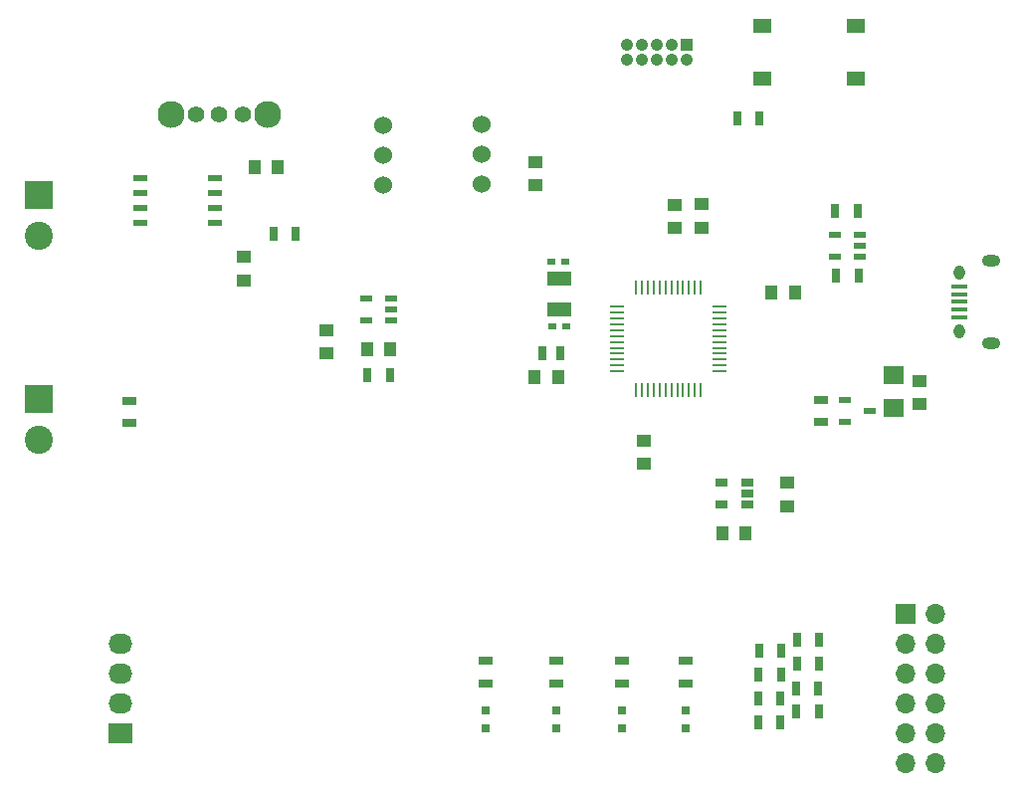
<source format=gbr>
G04 #@! TF.FileFunction,Soldermask,Top*
%FSLAX46Y46*%
G04 Gerber Fmt 4.6, Leading zero omitted, Abs format (unit mm)*
G04 Created by KiCad (PCBNEW 4.0.4-stable) date 03/01/18 20:45:57*
%MOMM*%
%LPD*%
G01*
G04 APERTURE LIST*
%ADD10C,0.100000*%
%ADD11R,0.700000X1.300000*%
%ADD12R,1.700000X1.700000*%
%ADD13O,1.700000X1.700000*%
%ADD14R,1.000000X1.250000*%
%ADD15R,0.700000X0.600000*%
%ADD16R,1.250000X1.000000*%
%ADD17R,1.803400X1.600200*%
%ADD18R,0.635000X1.143000*%
%ADD19R,1.350000X0.400000*%
%ADD20O,0.950000X1.250000*%
%ADD21O,1.550000X1.000000*%
%ADD22R,2.032000X1.727200*%
%ADD23O,2.032000X1.727200*%
%ADD24R,1.300000X0.700000*%
%ADD25R,1.000760X0.599440*%
%ADD26R,1.060000X0.650000*%
%ADD27R,1.143000X0.508000*%
%ADD28R,2.037160X1.237160*%
%ADD29R,1.050000X1.050000*%
%ADD30C,1.050000*%
%ADD31C,1.524000*%
%ADD32C,2.300000*%
%ADD33C,1.400000*%
%ADD34R,1.550000X1.300000*%
%ADD35R,1.300000X0.250000*%
%ADD36R,0.250000X1.300000*%
%ADD37C,2.400000*%
%ADD38R,2.400000X2.400000*%
%ADD39R,0.797560X0.797560*%
G04 APERTURE END LIST*
D10*
D11*
X226090000Y-160240000D03*
X224190000Y-160240000D03*
D12*
X236710000Y-153040000D03*
D13*
X239250000Y-153040000D03*
X236710000Y-155580000D03*
X239250000Y-155580000D03*
X236710000Y-158120000D03*
X239250000Y-158120000D03*
X236710000Y-160660000D03*
X239250000Y-160660000D03*
X236710000Y-163200000D03*
X239250000Y-163200000D03*
X236710000Y-165740000D03*
X239250000Y-165740000D03*
D14*
X207143000Y-132905000D03*
X205143000Y-132905000D03*
D15*
X207790000Y-123045000D03*
X206590000Y-123045000D03*
D16*
X217120000Y-120220000D03*
X217120000Y-118220000D03*
D15*
X207840000Y-128545000D03*
X206640000Y-128545000D03*
D16*
X219400000Y-120180000D03*
X219400000Y-118180000D03*
X237895000Y-135200000D03*
X237895000Y-133200000D03*
D14*
X192895000Y-130500000D03*
X190895000Y-130500000D03*
D16*
X226630000Y-141860000D03*
X226630000Y-143860000D03*
D14*
X221120000Y-146150000D03*
X223120000Y-146150000D03*
X181320000Y-115050000D03*
X183320000Y-115050000D03*
X225330000Y-125710000D03*
X227330000Y-125710000D03*
D16*
X214470000Y-138270000D03*
X214470000Y-140270000D03*
X187460000Y-128890000D03*
X187460000Y-130890000D03*
X180420000Y-122650000D03*
X180420000Y-124650000D03*
X205195000Y-114575000D03*
X205195000Y-116575000D03*
D17*
X235745000Y-132753000D03*
X235745000Y-135547000D03*
D18*
X205846000Y-130900000D03*
X207370000Y-130900000D03*
D19*
X241295000Y-127775000D03*
X241295000Y-127125000D03*
X241295000Y-126475000D03*
X241295000Y-125825000D03*
X241295000Y-125175000D03*
D20*
X241295000Y-128975000D03*
X241295000Y-123975000D03*
D21*
X243995000Y-129975000D03*
X243995000Y-122975000D03*
D22*
X169945000Y-163165000D03*
D23*
X169945000Y-160625000D03*
X169945000Y-158085000D03*
X169945000Y-155545000D03*
D11*
X230750000Y-118780000D03*
X232650000Y-118780000D03*
X232700000Y-124250000D03*
X230800000Y-124250000D03*
X222370000Y-110850000D03*
X224270000Y-110850000D03*
D24*
X229560000Y-136740000D03*
X229560000Y-134840000D03*
X170660000Y-134890000D03*
X170660000Y-136790000D03*
D11*
X190940000Y-132720000D03*
X192840000Y-132720000D03*
X182920000Y-120690000D03*
X184820000Y-120690000D03*
D25*
X232840000Y-122650000D03*
X232840000Y-120745000D03*
X232840000Y-121697500D03*
X230726720Y-120745000D03*
X230726720Y-122650000D03*
D26*
X223220000Y-143725000D03*
X223220000Y-142775000D03*
X223220000Y-141825000D03*
X221020000Y-141825000D03*
X221020000Y-143725000D03*
D27*
X177935000Y-115935000D03*
X177935000Y-117205000D03*
X177935000Y-118475000D03*
X177935000Y-119745000D03*
X171585000Y-119745000D03*
X171585000Y-118475000D03*
X171585000Y-117205000D03*
X171585000Y-115935000D03*
D25*
X192976640Y-128077500D03*
X192976640Y-126172500D03*
X192976640Y-127125000D03*
X190863360Y-126172500D03*
X190863360Y-128077500D03*
D28*
X207265000Y-127145000D03*
X207265000Y-124545000D03*
D29*
X218110000Y-104575000D03*
D30*
X216840000Y-104575000D03*
X215570000Y-104575000D03*
X214300000Y-104575000D03*
X213030000Y-104575000D03*
X216840000Y-105845000D03*
X215570000Y-105845000D03*
X214300000Y-105845000D03*
X213030000Y-105845000D03*
X218110000Y-105845000D03*
D31*
X192270000Y-114000000D03*
X192270000Y-116540000D03*
X192270000Y-111460000D03*
X200645000Y-113910000D03*
X200645000Y-116450000D03*
X200645000Y-111370000D03*
D32*
X174240000Y-110560000D03*
X182440000Y-110560000D03*
D33*
X180340000Y-110560000D03*
X178340000Y-110560000D03*
X176340000Y-110560000D03*
D34*
X224570000Y-103025000D03*
X224570000Y-107525000D03*
X232520000Y-107525000D03*
X232520000Y-103025000D03*
D35*
X212195000Y-126900000D03*
X212195000Y-127400000D03*
X212195000Y-127900000D03*
X212195000Y-128400000D03*
X212195000Y-128900000D03*
X212195000Y-129400000D03*
X212195000Y-129900000D03*
X212195000Y-130400000D03*
X212195000Y-130900000D03*
X212195000Y-131400000D03*
X212195000Y-131900000D03*
X212195000Y-132400000D03*
D36*
X213795000Y-134000000D03*
X214295000Y-134000000D03*
X214795000Y-134000000D03*
X215295000Y-134000000D03*
X215795000Y-134000000D03*
X216295000Y-134000000D03*
X216795000Y-134000000D03*
X217295000Y-134000000D03*
X217795000Y-134000000D03*
X218295000Y-134000000D03*
X218795000Y-134000000D03*
X219295000Y-134000000D03*
D35*
X220895000Y-132400000D03*
X220895000Y-131900000D03*
X220895000Y-131400000D03*
X220895000Y-130900000D03*
X220895000Y-130400000D03*
X220895000Y-129900000D03*
X220895000Y-129400000D03*
X220895000Y-128900000D03*
X220895000Y-128400000D03*
X220895000Y-127900000D03*
X220895000Y-127400000D03*
X220895000Y-126900000D03*
D36*
X219295000Y-125300000D03*
X218795000Y-125300000D03*
X218295000Y-125300000D03*
X217795000Y-125300000D03*
X217295000Y-125300000D03*
X216795000Y-125300000D03*
X216295000Y-125300000D03*
X215795000Y-125300000D03*
X215295000Y-125300000D03*
X214795000Y-125300000D03*
X214295000Y-125300000D03*
X213795000Y-125300000D03*
D25*
X231538360Y-134797500D03*
X233651640Y-135750000D03*
X231538360Y-136702500D03*
D37*
X162970000Y-138240000D03*
D38*
X162970000Y-134740000D03*
D37*
X162950000Y-120890000D03*
D38*
X162950000Y-117390000D03*
D39*
X201000000Y-161250700D03*
X201000000Y-162749300D03*
X207000000Y-161250700D03*
X207000000Y-162749300D03*
X212620000Y-161250700D03*
X212620000Y-162749300D03*
X218000000Y-161250700D03*
X218000000Y-162749300D03*
D24*
X201000000Y-157050000D03*
X201000000Y-158950000D03*
X207000000Y-157050000D03*
X207000000Y-158950000D03*
X212620000Y-157050000D03*
X212620000Y-158950000D03*
X218000000Y-157050000D03*
X218000000Y-158950000D03*
D11*
X227480000Y-155280000D03*
X229380000Y-155280000D03*
X226160000Y-156180000D03*
X224260000Y-156180000D03*
X227470000Y-157290000D03*
X229370000Y-157290000D03*
X226100000Y-158220000D03*
X224200000Y-158220000D03*
X227410000Y-159360000D03*
X229310000Y-159360000D03*
X227430000Y-161370000D03*
X229330000Y-161370000D03*
X226080000Y-162250000D03*
X224180000Y-162250000D03*
M02*

</source>
